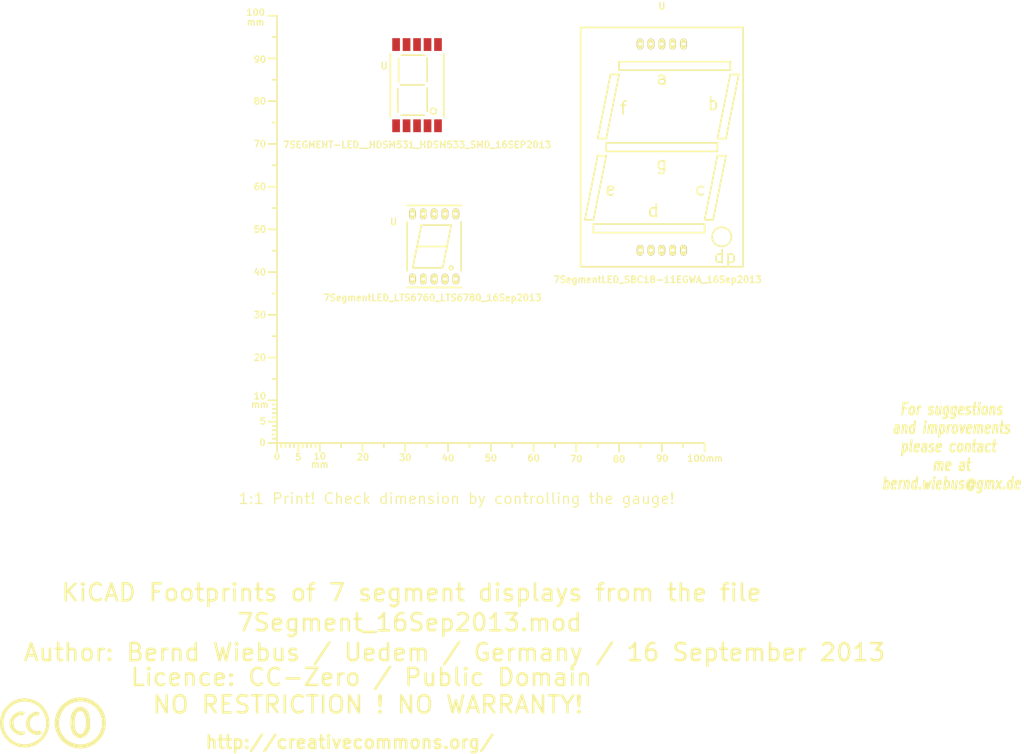
<source format=kicad_pcb>
(kicad_pcb (version 3) (host pcbnew "(2013-03-30 BZR 4007)-stable")

  (general
    (links 0)
    (no_connects 0)
    (area -10.90696 19.5816 260.35494 197.6694)
    (thickness 1.6002)
    (drawings 7)
    (tracks 0)
    (zones 0)
    (modules 6)
    (nets 1)
  )

  (page A4)
  (layers
    (15 Vorderseite signal)
    (0 Rückseite signal)
    (16 B.Adhes user)
    (17 F.Adhes user)
    (18 B.Paste user)
    (19 F.Paste user)
    (20 B.SilkS user)
    (21 F.SilkS user)
    (22 B.Mask user)
    (23 F.Mask user)
    (24 Dwgs.User user)
    (25 Cmts.User user)
    (26 Eco1.User user)
    (27 Eco2.User user)
    (28 Edge.Cuts user)
  )

  (setup
    (last_trace_width 0.2032)
    (trace_clearance 0.254)
    (zone_clearance 0.508)
    (zone_45_only no)
    (trace_min 0.2032)
    (segment_width 0.381)
    (edge_width 0.381)
    (via_size 0.889)
    (via_drill 0.635)
    (via_min_size 0.889)
    (via_min_drill 0.508)
    (uvia_size 0.508)
    (uvia_drill 0.127)
    (uvias_allowed no)
    (uvia_min_size 0.508)
    (uvia_min_drill 0.127)
    (pcb_text_width 0.3048)
    (pcb_text_size 1.524 2.032)
    (mod_edge_width 0.381)
    (mod_text_size 1.524 1.524)
    (mod_text_width 0.3048)
    (pad_size 1.524 1.524)
    (pad_drill 0.8128)
    (pad_to_mask_clearance 0.254)
    (aux_axis_origin 0 0)
    (visible_elements 7FFFFFFF)
    (pcbplotparams
      (layerselection 3178497)
      (usegerberextensions true)
      (excludeedgelayer true)
      (linewidth 60)
      (plotframeref false)
      (viasonmask false)
      (mode 1)
      (useauxorigin false)
      (hpglpennumber 1)
      (hpglpenspeed 20)
      (hpglpendiameter 15)
      (hpglpenoverlay 0)
      (psnegative false)
      (psa4output false)
      (plotreference true)
      (plotvalue true)
      (plotothertext true)
      (plotinvisibletext false)
      (padsonsilk false)
      (subtractmaskfromsilk false)
      (outputformat 1)
      (mirror false)
      (drillshape 1)
      (scaleselection 1)
      (outputdirectory ""))
  )

  (net 0 "")

  (net_class Default "Dies ist die voreingestellte Netzklasse."
    (clearance 0.254)
    (trace_width 0.2032)
    (via_dia 0.889)
    (via_drill 0.635)
    (uvia_dia 0.508)
    (uvia_drill 0.127)
    (add_net "")
  )

  (module 7SEGMENT-LED__HDSM531_HDSM533_SMD_16SEP2013 (layer Vorderseite) (tedit 52373662) (tstamp 52374876)
    (at 118.75 39.25)
    (fp_text reference U (at -7.7 -4.525) (layer F.SilkS)
      (effects (font (size 1.524 1.524) (thickness 0.3048)))
    )
    (fp_text value 7SEGMENT-LED__HDSM531_HDSM533_SMD_16SEP2013 (at 0.025 13.95) (layer F.SilkS)
      (effects (font (size 1.524 1.524) (thickness 0.3048)))
    )
    (fp_circle (center 3.825 6.075) (end 3.925 6.75) (layer F.SilkS) (width 0.381))
    (fp_line (start 2.35 6.125) (end 2.35 0.625) (layer F.SilkS) (width 0.381))
    (fp_line (start -4.5 6.3) (end -4.5 0.8) (layer F.SilkS) (width 0.381))
    (fp_line (start -4.325 -0.75) (end -4.325 -6.25) (layer F.SilkS) (width 0.381))
    (fp_line (start 2.35 -0.85) (end 2.35 -6.35) (layer F.SilkS) (width 0.381))
    (fp_line (start -3.675 -7.025) (end 1.825 -7.025) (layer F.SilkS) (width 0.381))
    (fp_line (start -3.825 -0.05) (end 1.675 -0.05) (layer F.SilkS) (width 0.381))
    (fp_line (start -3.725 7.025) (end 1.775 7.025) (layer F.SilkS) (width 0.381))
    (fp_line (start 6.25 7.425) (end 6.25 -7.425) (layer F.SilkS) (width 0.381))
    (fp_line (start -6.25 -7.425) (end -6.25 7.425) (layer F.SilkS) (width 0.381))
    (pad 3 smd rect (at 0 9.5) (size 1.8 3)
      (layers Vorderseite F.Paste F.Mask)
    )
    (pad 2 smd rect (at -2.45 9.5) (size 1.8 3)
      (layers Vorderseite F.Paste F.Mask)
    )
    (pad 1 smd rect (at -4.9 9.5) (size 1.8 3)
      (layers Vorderseite F.Paste F.Mask)
    )
    (pad 4 smd rect (at 2.45 9.5) (size 1.8 3)
      (layers Vorderseite F.Paste F.Mask)
    )
    (pad 5 smd rect (at 4.9 9.5) (size 1.8 3)
      (layers Vorderseite F.Paste F.Mask)
    )
    (pad 6 smd rect (at 4.9 -9.5) (size 1.8 3)
      (layers Vorderseite F.Paste F.Mask)
    )
    (pad 7 smd rect (at 2.45 -9.5) (size 1.8 3)
      (layers Vorderseite F.Paste F.Mask)
    )
    (pad 8 smd rect (at 0 -9.5) (size 1.8 3)
      (layers Vorderseite F.Paste F.Mask)
    )
    (pad 9 smd rect (at -2.45 -9.5) (size 1.8 3)
      (layers Vorderseite F.Paste F.Mask)
    )
    (pad 10 smd rect (at -4.9 -9.5) (size 1.8 3)
      (layers Vorderseite F.Paste F.Mask)
    )
    (pad "" smd oval (at 0 0) (size 4 6)
      (layers F.Adhes)
    )
  )

  (module 7SegmentLED_SBC18-11EGWA_16Sep2013 (layer Vorderseite) (tedit 52373654) (tstamp 52374A75)
    (at 176 53.75)
    (fp_text reference U (at 0 -33) (layer F.SilkS)
      (effects (font (size 1.524 1.524) (thickness 0.3048)))
    )
    (fp_text value 7SegmentLED_SBC18-11EGWA_16Sep2013 (at -1 31) (layer F.SilkS)
      (effects (font (size 1.524 1.524) (thickness 0.3048)))
    )
    (fp_line (start 15.5 25.3) (end 15.9 25) (layer F.SilkS) (width 0.381))
    (fp_line (start 15.9 25) (end 16.3 25) (layer F.SilkS) (width 0.381))
    (fp_line (start 16.3 25) (end 16.6 25.1) (layer F.SilkS) (width 0.381))
    (fp_line (start 16.6 25.1) (end 16.9 25.5) (layer F.SilkS) (width 0.381))
    (fp_line (start 16.9 25.5) (end 16.9 26.4) (layer F.SilkS) (width 0.381))
    (fp_line (start 16.9 26.4) (end 16.8 26.7) (layer F.SilkS) (width 0.381))
    (fp_line (start 16.8 26.7) (end 16.6 26.9) (layer F.SilkS) (width 0.381))
    (fp_line (start 16.6 26.9) (end 16.1 27) (layer F.SilkS) (width 0.381))
    (fp_line (start 16.1 27) (end 15.6 26.9) (layer F.SilkS) (width 0.381))
    (fp_line (start 15.5 25) (end 15.5 28) (layer F.SilkS) (width 0.381))
    (fp_line (start 14.1 26.8) (end 13.9 26.9) (layer F.SilkS) (width 0.381))
    (fp_line (start 13.9 26.9) (end 13.2 26.9) (layer F.SilkS) (width 0.381))
    (fp_line (start 13.2 26.9) (end 12.9 26.8) (layer F.SilkS) (width 0.381))
    (fp_line (start 12.9 26.8) (end 12.7 26.5) (layer F.SilkS) (width 0.381))
    (fp_line (start 12.7 26.5) (end 12.7 25.6) (layer F.SilkS) (width 0.381))
    (fp_line (start 12.7 25.6) (end 12.8 25.3) (layer F.SilkS) (width 0.381))
    (fp_line (start 12.8 25.3) (end 13.2 25) (layer F.SilkS) (width 0.381))
    (fp_line (start 13.2 25) (end 13.7 25) (layer F.SilkS) (width 0.381))
    (fp_line (start 13.7 25) (end 14.1 25.2) (layer F.SilkS) (width 0.381))
    (fp_line (start 14.1 24) (end 14.1 27.1) (layer F.SilkS) (width 0.381))
    (fp_line (start 0.6 3.4) (end 0.4 3.2) (layer F.SilkS) (width 0.381))
    (fp_line (start 0.4 3.2) (end -0.1 3.2) (layer F.SilkS) (width 0.381))
    (fp_line (start -0.1 3.2) (end -0.4 3.3) (layer F.SilkS) (width 0.381))
    (fp_line (start -0.4 3.3) (end -0.7 3.6) (layer F.SilkS) (width 0.381))
    (fp_line (start -0.7 3.6) (end -0.8 4) (layer F.SilkS) (width 0.381))
    (fp_line (start -0.8 4) (end -0.8 4.7) (layer F.SilkS) (width 0.381))
    (fp_line (start -0.8 4.7) (end -0.5 5) (layer F.SilkS) (width 0.381))
    (fp_line (start -0.5 5) (end -0.2 5.2) (layer F.SilkS) (width 0.381))
    (fp_line (start -0.2 5.2) (end 0.2 5.2) (layer F.SilkS) (width 0.381))
    (fp_line (start 0.2 5.2) (end 0.6 5) (layer F.SilkS) (width 0.381))
    (fp_line (start -0.7 6) (end -0.4 6.2) (layer F.SilkS) (width 0.381))
    (fp_line (start -0.4 6.2) (end 0.1 6.2) (layer F.SilkS) (width 0.381))
    (fp_line (start 0.1 6.2) (end 0.4 6) (layer F.SilkS) (width 0.381))
    (fp_line (start 0.4 6) (end 0.6 5.7) (layer F.SilkS) (width 0.381))
    (fp_line (start 0.6 5.7) (end 0.6 3.2) (layer F.SilkS) (width 0.381))
    (fp_line (start -9.6 -9.8) (end -8.4 -9.8) (layer F.SilkS) (width 0.381))
    (fp_line (start -8.4 -10.8) (end -8.7 -10.8) (layer F.SilkS) (width 0.381))
    (fp_line (start -8.7 -10.8) (end -8.9 -10.7) (layer F.SilkS) (width 0.381))
    (fp_line (start -8.9 -10.7) (end -9.1 -10.4) (layer F.SilkS) (width 0.381))
    (fp_line (start -9.1 -10.4) (end -9.1 -7.8) (layer F.SilkS) (width 0.381))
    (fp_line (start -11.4 11) (end -11.7 11.2) (layer F.SilkS) (width 0.381))
    (fp_line (start -11.7 11.2) (end -12.2 11.2) (layer F.SilkS) (width 0.381))
    (fp_line (start -12.2 11.2) (end -12.5 11.1) (layer F.SilkS) (width 0.381))
    (fp_line (start -12.5 11.1) (end -12.7 10.9) (layer F.SilkS) (width 0.381))
    (fp_line (start -12.7 10.9) (end -12.7 9.8) (layer F.SilkS) (width 0.381))
    (fp_line (start -12.7 9.8) (end -12.6 9.4) (layer F.SilkS) (width 0.381))
    (fp_line (start -12.6 9.4) (end -12.3 9.2) (layer F.SilkS) (width 0.381))
    (fp_line (start -12.3 9.2) (end -11.8 9.2) (layer F.SilkS) (width 0.381))
    (fp_line (start -11.8 9.2) (end -11.5 9.3) (layer F.SilkS) (width 0.381))
    (fp_line (start -11.5 9.3) (end -11.3 9.6) (layer F.SilkS) (width 0.381))
    (fp_line (start -11.3 9.6) (end -11.3 9.9) (layer F.SilkS) (width 0.381))
    (fp_line (start -11.3 9.9) (end -12.7 10.2) (layer F.SilkS) (width 0.381))
    (fp_line (start -1.3 16) (end -1.6 16.2) (layer F.SilkS) (width 0.381))
    (fp_line (start -1.6 16.2) (end -2.1 16.2) (layer F.SilkS) (width 0.381))
    (fp_line (start -2.1 16.2) (end -2.5 16.1) (layer F.SilkS) (width 0.381))
    (fp_line (start -2.5 16.1) (end -2.8 15.7) (layer F.SilkS) (width 0.381))
    (fp_line (start -2.8 15.7) (end -2.8 14.9) (layer F.SilkS) (width 0.381))
    (fp_line (start -2.8 14.9) (end -2.6 14.5) (layer F.SilkS) (width 0.381))
    (fp_line (start -2.6 14.5) (end -2.3 14.2) (layer F.SilkS) (width 0.381))
    (fp_line (start -2.3 14.2) (end -1.7 14.2) (layer F.SilkS) (width 0.381))
    (fp_line (start -1.7 14.2) (end -1.3 14.5) (layer F.SilkS) (width 0.381))
    (fp_line (start -1.3 13.3) (end -1.3 16.3) (layer F.SilkS) (width 0.381))
    (fp_line (start 9.8 9.4) (end 9.6 9.3) (layer F.SilkS) (width 0.381))
    (fp_line (start 9.6 9.3) (end 9.2 9.2) (layer F.SilkS) (width 0.381))
    (fp_line (start 9.2 9.2) (end 8.9 9.2) (layer F.SilkS) (width 0.381))
    (fp_line (start 8.9 9.2) (end 8.5 9.4) (layer F.SilkS) (width 0.381))
    (fp_line (start 8.5 9.4) (end 8.3 9.8) (layer F.SilkS) (width 0.381))
    (fp_line (start 8.3 9.8) (end 8.3 10.6) (layer F.SilkS) (width 0.381))
    (fp_line (start 8.3 10.6) (end 8.4 10.9) (layer F.SilkS) (width 0.381))
    (fp_line (start 8.4 10.9) (end 8.7 11.1) (layer F.SilkS) (width 0.381))
    (fp_line (start 8.7 11.1) (end 9.3 11.2) (layer F.SilkS) (width 0.381))
    (fp_line (start 9.3 11.2) (end 9.7 11) (layer F.SilkS) (width 0.381))
    (fp_line (start 11.4 -9.1) (end 11.6 -8.8) (layer F.SilkS) (width 0.381))
    (fp_line (start 11.6 -8.8) (end 12.1 -8.8) (layer F.SilkS) (width 0.381))
    (fp_line (start 12.1 -8.8) (end 12.4 -8.9) (layer F.SilkS) (width 0.381))
    (fp_line (start 12.4 -8.9) (end 12.7 -9.3) (layer F.SilkS) (width 0.381))
    (fp_line (start 12.7 -9.3) (end 12.7 -10.2) (layer F.SilkS) (width 0.381))
    (fp_line (start 12.7 -10.2) (end 12.6 -10.5) (layer F.SilkS) (width 0.381))
    (fp_line (start 12.6 -10.5) (end 12.3 -10.7) (layer F.SilkS) (width 0.381))
    (fp_line (start 12.3 -10.7) (end 11.8 -10.8) (layer F.SilkS) (width 0.381))
    (fp_line (start 11.8 -10.8) (end 11.5 -10.7) (layer F.SilkS) (width 0.381))
    (fp_line (start 11.4 -11.8) (end 11.4 -8.8) (layer F.SilkS) (width 0.381))
    (fp_line (start 0.7 -15) (end 0.4 -14.8) (layer F.SilkS) (width 0.381))
    (fp_line (start 0.4 -14.8) (end -0.2 -14.8) (layer F.SilkS) (width 0.381))
    (fp_line (start -0.2 -14.8) (end -0.6 -14.9) (layer F.SilkS) (width 0.381))
    (fp_line (start -0.6 -14.9) (end -0.7 -15.1) (layer F.SilkS) (width 0.381))
    (fp_line (start -0.7 -15.1) (end -0.8 -15.5) (layer F.SilkS) (width 0.381))
    (fp_line (start -0.8 -15.5) (end -0.7 -15.7) (layer F.SilkS) (width 0.381))
    (fp_line (start -0.7 -15.7) (end -0.4 -15.9) (layer F.SilkS) (width 0.381))
    (fp_line (start -0.4 -15.9) (end 0.1 -15.9) (layer F.SilkS) (width 0.381))
    (fp_line (start 0.1 -15.9) (end 0.3 -15.9) (layer F.SilkS) (width 0.381))
    (fp_line (start 0.3 -15.9) (end 0.6 -16.1) (layer F.SilkS) (width 0.381))
    (fp_line (start -0.7 -16.6) (end -0.4 -16.8) (layer F.SilkS) (width 0.381))
    (fp_line (start -0.4 -16.8) (end 0 -16.8) (layer F.SilkS) (width 0.381))
    (fp_line (start 0 -16.8) (end 0.5 -16.7) (layer F.SilkS) (width 0.381))
    (fp_line (start 0.5 -16.7) (end 0.7 -16.3) (layer F.SilkS) (width 0.381))
    (fp_line (start 0.7 -16.3) (end 0.7 -14.7) (layer F.SilkS) (width 0.381))
    (fp_circle (center 14 21) (end 16 22) (layer F.SilkS) (width 0.381))
    (fp_line (start 13 2) (end 10 17) (layer F.SilkS) (width 0.381))
    (fp_line (start 10 17) (end 12 17) (layer F.SilkS) (width 0.381))
    (fp_line (start 12 17) (end 15 2) (layer F.SilkS) (width 0.381))
    (fp_line (start 15 2) (end 13 2) (layer F.SilkS) (width 0.381))
    (fp_line (start 16 -17) (end 13 -2) (layer F.SilkS) (width 0.381))
    (fp_line (start 13 -2) (end 15 -2) (layer F.SilkS) (width 0.381))
    (fp_line (start 15 -2) (end 18 -17) (layer F.SilkS) (width 0.381))
    (fp_line (start 18 -17) (end 16 -17) (layer F.SilkS) (width 0.381))
    (fp_line (start -15 2) (end -18 17) (layer F.SilkS) (width 0.381))
    (fp_line (start -18 17) (end -16 17) (layer F.SilkS) (width 0.381))
    (fp_line (start -16 17) (end -13 2) (layer F.SilkS) (width 0.381))
    (fp_line (start -13 2) (end -15 2) (layer F.SilkS) (width 0.381))
    (fp_line (start -12 -17) (end -15 -2) (layer F.SilkS) (width 0.381))
    (fp_line (start -15 -2) (end -13 -2) (layer F.SilkS) (width 0.381))
    (fp_line (start -13 -2) (end -10 -17) (layer F.SilkS) (width 0.381))
    (fp_line (start -10 -17) (end -12 -17) (layer F.SilkS) (width 0.381))
    (fp_line (start 13 0) (end 13 -1) (layer F.SilkS) (width 0.381))
    (fp_line (start 13 -1) (end -13 -1) (layer F.SilkS) (width 0.381))
    (fp_line (start -13 -1) (end -13 1) (layer F.SilkS) (width 0.381))
    (fp_line (start -13 1) (end 13 1) (layer F.SilkS) (width 0.381))
    (fp_line (start 13 1) (end 13 0) (layer F.SilkS) (width 0.381))
    (fp_line (start 10 20) (end 10 19) (layer F.SilkS) (width 0.381))
    (fp_line (start -16 20) (end 10 20) (layer F.SilkS) (width 0.381))
    (fp_line (start -16 18) (end -16 20) (layer F.SilkS) (width 0.381))
    (fp_line (start 10 18) (end -16 18) (layer F.SilkS) (width 0.381))
    (fp_line (start 10 19) (end 10 18) (layer F.SilkS) (width 0.381))
    (fp_line (start 16 -19) (end 16 -20) (layer F.SilkS) (width 0.381))
    (fp_line (start 16 -20) (end -10 -20) (layer F.SilkS) (width 0.381))
    (fp_line (start -10 -20) (end -10 -18) (layer F.SilkS) (width 0.381))
    (fp_line (start -10 -18) (end 16 -18) (layer F.SilkS) (width 0.381))
    (fp_line (start 16 -18) (end 16 -19) (layer F.SilkS) (width 0.381))
    (fp_line (start -19 -28) (end 19 -28) (layer F.SilkS) (width 0.381))
    (fp_line (start 19 -28) (end 19 28) (layer F.SilkS) (width 0.381))
    (fp_line (start 19 28) (end -19 28) (layer F.SilkS) (width 0.381))
    (fp_line (start -19 28) (end -19 -28) (layer F.SilkS) (width 0.381))
    (pad 1 thru_hole oval (at -5.08 24.13) (size 1.524 2.524) (drill 0.8)
      (layers *.Cu *.Mask F.SilkS)
    )
    (pad 2 thru_hole oval (at -2.54 24.13) (size 1.524 2.524) (drill 0.8)
      (layers *.Cu *.Mask F.SilkS)
    )
    (pad 3 thru_hole oval (at 0 24.13) (size 1.524 2.524) (drill 0.8)
      (layers *.Cu *.Mask F.SilkS)
    )
    (pad 4 thru_hole oval (at 2.54 24.13) (size 1.524 2.524) (drill 0.8)
      (layers *.Cu *.Mask F.SilkS)
    )
    (pad 5 thru_hole oval (at 5.08 24.13) (size 1.524 2.524) (drill 0.8)
      (layers *.Cu *.Mask F.SilkS)
    )
    (pad 6 thru_hole oval (at 5.08 -24.13) (size 1.524 2.524) (drill 0.8)
      (layers *.Cu *.Mask F.SilkS)
    )
    (pad 7 thru_hole oval (at 2.54 -24.13) (size 1.524 2.524) (drill 0.8)
      (layers *.Cu *.Mask F.SilkS)
    )
    (pad 8 thru_hole oval (at 0 -24.13) (size 1.524 2.524) (drill 0.8)
      (layers *.Cu *.Mask F.SilkS)
    )
    (pad 9 thru_hole oval (at -2.54 -24.13) (size 1.524 2.524) (drill 0.8)
      (layers *.Cu *.Mask F.SilkS)
    )
    (pad 10 thru_hole oval (at -5.08 -24.13) (size 1.524 2.524) (drill 0.8)
      (layers *.Cu *.Mask F.SilkS)
    )
  )

  (module Gauge_100mm_Type2_SilkScreenTop_RevA_Date22Jun2010 (layer Vorderseite) (tedit 4D963937) (tstamp 4D88F07A)
    (at 86 123)
    (descr "Gauge, Massstab, 100mm, SilkScreenTop, Type 2,")
    (tags "Gauge, Massstab, 100mm, SilkScreenTop, Type 2,")
    (path Gauge_100mm_Type2_SilkScreenTop_RevA_Date22Jun2010)
    (fp_text reference MSC (at 4.0005 8.99922) (layer F.SilkS) hide
      (effects (font (size 1.524 1.524) (thickness 0.3048)))
    )
    (fp_text value Gauge_100mm_Type2_SilkScreenTop_RevA_Date22Jun2010 (at 45.9994 8.99922) (layer F.SilkS) hide
      (effects (font (size 1.524 1.524) (thickness 0.3048)))
    )
    (fp_text user mm (at 9.99998 5.00126) (layer F.SilkS)
      (effects (font (size 1.524 1.524) (thickness 0.3048)))
    )
    (fp_text user mm (at -4.0005 -8.99922) (layer F.SilkS)
      (effects (font (size 1.524 1.524) (thickness 0.3048)))
    )
    (fp_text user mm (at -5.00126 -98.5012) (layer F.SilkS)
      (effects (font (size 1.524 1.524) (thickness 0.3048)))
    )
    (fp_text user 10 (at 10.00506 3.0988) (layer F.SilkS)
      (effects (font (size 1.50114 1.50114) (thickness 0.29972)))
    )
    (fp_text user 0 (at 0.00508 3.19786) (layer F.SilkS)
      (effects (font (size 1.39954 1.50114) (thickness 0.29972)))
    )
    (fp_text user 5 (at 5.0038 3.29946) (layer F.SilkS)
      (effects (font (size 1.50114 1.50114) (thickness 0.29972)))
    )
    (fp_text user 20 (at 20.1041 3.29946) (layer F.SilkS)
      (effects (font (size 1.50114 1.50114) (thickness 0.29972)))
    )
    (fp_text user 30 (at 30.00502 3.39852) (layer F.SilkS)
      (effects (font (size 1.50114 1.50114) (thickness 0.29972)))
    )
    (fp_text user 40 (at 40.005 3.50012) (layer F.SilkS)
      (effects (font (size 1.50114 1.50114) (thickness 0.29972)))
    )
    (fp_text user 50 (at 50.00498 3.50012) (layer F.SilkS)
      (effects (font (size 1.50114 1.50114) (thickness 0.29972)))
    )
    (fp_text user 60 (at 60.00496 3.50012) (layer F.SilkS)
      (effects (font (size 1.50114 1.50114) (thickness 0.29972)))
    )
    (fp_text user 70 (at 70.00494 3.70078) (layer F.SilkS)
      (effects (font (size 1.50114 1.50114) (thickness 0.29972)))
    )
    (fp_text user 80 (at 80.00492 3.79984) (layer F.SilkS)
      (effects (font (size 1.50114 1.50114) (thickness 0.29972)))
    )
    (fp_text user 90 (at 90.1065 3.60172) (layer F.SilkS)
      (effects (font (size 1.50114 1.50114) (thickness 0.29972)))
    )
    (fp_text user 100mm (at 100.10648 3.60172) (layer F.SilkS)
      (effects (font (size 1.50114 1.50114) (thickness 0.29972)))
    )
    (fp_line (start 0 -8.99922) (end -1.00076 -8.99922) (layer F.SilkS) (width 0.381))
    (fp_line (start 0 -8.001) (end -1.00076 -8.001) (layer F.SilkS) (width 0.381))
    (fp_line (start 0 -7.00024) (end -1.00076 -7.00024) (layer F.SilkS) (width 0.381))
    (fp_line (start 0 -5.99948) (end -1.00076 -5.99948) (layer F.SilkS) (width 0.381))
    (fp_line (start 0 -4.0005) (end -1.00076 -4.0005) (layer F.SilkS) (width 0.381))
    (fp_line (start 0 -2.99974) (end -1.00076 -2.99974) (layer F.SilkS) (width 0.381))
    (fp_line (start 0 -1.99898) (end -1.00076 -1.99898) (layer F.SilkS) (width 0.381))
    (fp_line (start 0 -1.00076) (end -1.00076 -1.00076) (layer F.SilkS) (width 0.381))
    (fp_line (start 0 0) (end -1.99898 0) (layer F.SilkS) (width 0.381))
    (fp_line (start 0 -5.00126) (end -1.99898 -5.00126) (layer F.SilkS) (width 0.381))
    (fp_line (start 0 -9.99998) (end -1.99898 -9.99998) (layer F.SilkS) (width 0.381))
    (fp_line (start 0 -15.00124) (end -1.00076 -15.00124) (layer F.SilkS) (width 0.381))
    (fp_line (start 0 -19.99996) (end -1.99898 -19.99996) (layer F.SilkS) (width 0.381))
    (fp_line (start 0 -25.00122) (end -1.00076 -25.00122) (layer F.SilkS) (width 0.381))
    (fp_line (start 0 -29.99994) (end -1.99898 -29.99994) (layer F.SilkS) (width 0.381))
    (fp_line (start 0 -35.0012) (end -1.00076 -35.0012) (layer F.SilkS) (width 0.381))
    (fp_line (start 0 -39.99992) (end -1.99898 -39.99992) (layer F.SilkS) (width 0.381))
    (fp_line (start 0 -45.00118) (end -1.00076 -45.00118) (layer F.SilkS) (width 0.381))
    (fp_line (start 0 -49.9999) (end -1.99898 -49.9999) (layer F.SilkS) (width 0.381))
    (fp_line (start 0 -55.00116) (end -1.00076 -55.00116) (layer F.SilkS) (width 0.381))
    (fp_line (start 0 -59.99988) (end -1.99898 -59.99988) (layer F.SilkS) (width 0.381))
    (fp_line (start 0 -65.00114) (end -1.00076 -65.00114) (layer F.SilkS) (width 0.381))
    (fp_line (start 0 -69.99986) (end -1.99898 -69.99986) (layer F.SilkS) (width 0.381))
    (fp_line (start 0 -75.00112) (end -1.00076 -75.00112) (layer F.SilkS) (width 0.381))
    (fp_line (start 0 -79.99984) (end -1.99898 -79.99984) (layer F.SilkS) (width 0.381))
    (fp_line (start 0 -85.0011) (end -1.00076 -85.0011) (layer F.SilkS) (width 0.381))
    (fp_line (start 0 -89.99982) (end -1.99898 -89.99982) (layer F.SilkS) (width 0.381))
    (fp_line (start 0 -95.00108) (end -1.00076 -95.00108) (layer F.SilkS) (width 0.381))
    (fp_line (start 0 0) (end 0 -99.9998) (layer F.SilkS) (width 0.381))
    (fp_line (start 0 -99.9998) (end -1.99898 -99.9998) (layer F.SilkS) (width 0.381))
    (fp_text user 100 (at -4.99872 -100.7491) (layer F.SilkS)
      (effects (font (size 1.50114 1.50114) (thickness 0.29972)))
    )
    (fp_text user 90 (at -4.0005 -89.7509) (layer F.SilkS)
      (effects (font (size 1.50114 1.50114) (thickness 0.29972)))
    )
    (fp_text user 80 (at -4.0005 -79.99984) (layer F.SilkS)
      (effects (font (size 1.50114 1.50114) (thickness 0.29972)))
    )
    (fp_text user 70 (at -4.0005 -69.99986) (layer F.SilkS)
      (effects (font (size 1.50114 1.50114) (thickness 0.29972)))
    )
    (fp_text user 60 (at -4.0005 -59.99988) (layer F.SilkS)
      (effects (font (size 1.50114 1.50114) (thickness 0.29972)))
    )
    (fp_text user 50 (at -4.0005 -49.9999) (layer F.SilkS)
      (effects (font (size 1.50114 1.50114) (thickness 0.34036)))
    )
    (fp_text user 40 (at -4.0005 -39.99992) (layer F.SilkS)
      (effects (font (size 1.50114 1.50114) (thickness 0.29972)))
    )
    (fp_text user 30 (at -4.0005 -29.99994) (layer F.SilkS)
      (effects (font (size 1.50114 1.50114) (thickness 0.29972)))
    )
    (fp_text user 20 (at -4.0005 -19.99996) (layer F.SilkS)
      (effects (font (size 1.50114 1.50114) (thickness 0.29972)))
    )
    (fp_line (start 95.00108 0) (end 95.00108 1.00076) (layer F.SilkS) (width 0.381))
    (fp_line (start 89.99982 0) (end 89.99982 1.99898) (layer F.SilkS) (width 0.381))
    (fp_line (start 85.0011 0) (end 85.0011 1.00076) (layer F.SilkS) (width 0.381))
    (fp_line (start 79.99984 0) (end 79.99984 1.99898) (layer F.SilkS) (width 0.381))
    (fp_line (start 75.00112 0) (end 75.00112 1.00076) (layer F.SilkS) (width 0.381))
    (fp_line (start 69.99986 0) (end 69.99986 1.99898) (layer F.SilkS) (width 0.381))
    (fp_line (start 65.00114 0) (end 65.00114 1.00076) (layer F.SilkS) (width 0.381))
    (fp_line (start 59.99988 0) (end 59.99988 1.99898) (layer F.SilkS) (width 0.381))
    (fp_line (start 55.00116 0) (end 55.00116 1.00076) (layer F.SilkS) (width 0.381))
    (fp_line (start 49.9999 0) (end 49.9999 1.99898) (layer F.SilkS) (width 0.381))
    (fp_line (start 45.00118 0) (end 45.00118 1.00076) (layer F.SilkS) (width 0.381))
    (fp_line (start 39.99992 0) (end 39.99992 1.99898) (layer F.SilkS) (width 0.381))
    (fp_line (start 35.0012 0) (end 35.0012 1.00076) (layer F.SilkS) (width 0.381))
    (fp_line (start 29.99994 0) (end 29.99994 1.99898) (layer F.SilkS) (width 0.381))
    (fp_line (start 25.00122 0) (end 25.00122 1.00076) (layer F.SilkS) (width 0.381))
    (fp_line (start 19.99996 0) (end 19.99996 1.99898) (layer F.SilkS) (width 0.381))
    (fp_line (start 15.00124 0) (end 15.00124 1.00076) (layer F.SilkS) (width 0.381))
    (fp_line (start 9.99998 0) (end 99.9998 0) (layer F.SilkS) (width 0.381))
    (fp_line (start 99.9998 0) (end 99.9998 1.99898) (layer F.SilkS) (width 0.381))
    (fp_text user 5 (at -3.302 -5.10286) (layer F.SilkS)
      (effects (font (size 1.50114 1.50114) (thickness 0.29972)))
    )
    (fp_text user 0 (at -3.4036 -0.10414) (layer F.SilkS)
      (effects (font (size 1.50114 1.50114) (thickness 0.29972)))
    )
    (fp_text user 10 (at -4.0005 -11.00074) (layer F.SilkS)
      (effects (font (size 1.50114 1.50114) (thickness 0.29972)))
    )
    (fp_line (start 8.99922 0) (end 8.99922 1.00076) (layer F.SilkS) (width 0.381))
    (fp_line (start 8.001 0) (end 8.001 1.00076) (layer F.SilkS) (width 0.381))
    (fp_line (start 7.00024 0) (end 7.00024 1.00076) (layer F.SilkS) (width 0.381))
    (fp_line (start 5.99948 0) (end 5.99948 1.00076) (layer F.SilkS) (width 0.381))
    (fp_line (start 4.0005 0) (end 4.0005 1.00076) (layer F.SilkS) (width 0.381))
    (fp_line (start 2.99974 0) (end 2.99974 1.00076) (layer F.SilkS) (width 0.381))
    (fp_line (start 1.99898 0) (end 1.99898 1.00076) (layer F.SilkS) (width 0.381))
    (fp_line (start 1.00076 0) (end 1.00076 1.00076) (layer F.SilkS) (width 0.381))
    (fp_line (start 5.00126 0) (end 5.00126 1.99898) (layer F.SilkS) (width 0.381))
    (fp_line (start 0 0) (end 0 1.99898) (layer F.SilkS) (width 0.381))
    (fp_line (start 0 0) (end 9.99998 0) (layer F.SilkS) (width 0.381))
    (fp_line (start 9.99998 0) (end 9.99998 1.99898) (layer F.SilkS) (width 0.381))
  )

  (module Symbol_CC-PublicDomain_SilkScreenTop_Big (layer Vorderseite) (tedit 515D641F) (tstamp 515F0B64)
    (at 40 188.5)
    (descr "Symbol, CC-PublicDomain, SilkScreen Top, Big,")
    (tags "Symbol, CC-PublicDomain, SilkScreen Top, Big,")
    (path Symbol_CC-Noncommercial_CopperTop_Big)
    (fp_text reference Sym (at 0.59944 -7.29996) (layer F.SilkS) hide
      (effects (font (size 1.524 1.524) (thickness 0.3048)))
    )
    (fp_text value Symbol_CC-PublicDomain_SilkScreenTop_Big (at 0.59944 8.001) (layer F.SilkS) hide
      (effects (font (size 1.524 1.524) (thickness 0.3048)))
    )
    (fp_circle (center 0 0) (end 5.8 -0.05) (layer F.SilkS) (width 0.381))
    (fp_circle (center 0 0) (end 5.5 0) (layer F.SilkS) (width 0.381))
    (fp_circle (center 0.05 0) (end 5.25 0) (layer F.SilkS) (width 0.381))
    (fp_line (start 1.1 -2.5) (end 1.4 -1.9) (layer F.SilkS) (width 0.381))
    (fp_line (start -1.8 1.2) (end -1.6 1.9) (layer F.SilkS) (width 0.381))
    (fp_line (start -1.6 1.9) (end -1.2 2.5) (layer F.SilkS) (width 0.381))
    (fp_line (start 0 -3) (end 0.75 -2.75) (layer F.SilkS) (width 0.381))
    (fp_line (start 0.75 -2.75) (end 1 -2.25) (layer F.SilkS) (width 0.381))
    (fp_line (start 1 -2.25) (end 1.5 -1) (layer F.SilkS) (width 0.381))
    (fp_line (start 1.5 -1) (end 1.5 -0.5) (layer F.SilkS) (width 0.381))
    (fp_line (start 1.5 -0.5) (end 1.5 0.5) (layer F.SilkS) (width 0.381))
    (fp_line (start 1.5 0.5) (end 1.25 1.5) (layer F.SilkS) (width 0.381))
    (fp_line (start 1.25 1.5) (end 0.75 2.5) (layer F.SilkS) (width 0.381))
    (fp_line (start 0.75 2.5) (end 0.25 2.75) (layer F.SilkS) (width 0.381))
    (fp_line (start 0.25 2.75) (end -0.25 2.75) (layer F.SilkS) (width 0.381))
    (fp_line (start -0.25 2.75) (end -0.75 2.5) (layer F.SilkS) (width 0.381))
    (fp_line (start -0.75 2.5) (end -1.25 1.75) (layer F.SilkS) (width 0.381))
    (fp_line (start -1.25 1.75) (end -1.5 0.75) (layer F.SilkS) (width 0.381))
    (fp_line (start -1.5 0.75) (end -1.5 -0.75) (layer F.SilkS) (width 0.381))
    (fp_line (start -1.5 -0.75) (end -1.25 -1.75) (layer F.SilkS) (width 0.381))
    (fp_line (start -1.25 -1.75) (end -1 -2.5) (layer F.SilkS) (width 0.381))
    (fp_line (start -1 -2.5) (end -0.3 -2.9) (layer F.SilkS) (width 0.381))
    (fp_line (start -0.3 -2.9) (end 0.2 -3) (layer F.SilkS) (width 0.381))
    (fp_line (start 0.2 -3) (end 0.8 -3) (layer F.SilkS) (width 0.381))
    (fp_line (start 0.8 -3) (end 1.4 -2.3) (layer F.SilkS) (width 0.381))
    (fp_line (start 1.4 -2.3) (end 1.6 -1.4) (layer F.SilkS) (width 0.381))
    (fp_line (start 1.6 -1.4) (end 1.7 -0.3) (layer F.SilkS) (width 0.381))
    (fp_line (start 1.7 -0.3) (end 1.7 0.9) (layer F.SilkS) (width 0.381))
    (fp_line (start 1.7 0.9) (end 1.4 1.8) (layer F.SilkS) (width 0.381))
    (fp_line (start 1.4 1.8) (end 1 2.7) (layer F.SilkS) (width 0.381))
    (fp_line (start 1 2.7) (end 0.5 3) (layer F.SilkS) (width 0.381))
    (fp_line (start 0.5 3) (end -0.4 3) (layer F.SilkS) (width 0.381))
    (fp_line (start -0.4 3) (end -1.3 2.3) (layer F.SilkS) (width 0.381))
    (fp_line (start -1.3 2.3) (end -1.7 1) (layer F.SilkS) (width 0.381))
    (fp_line (start -1.7 1) (end -1.8 -0.7) (layer F.SilkS) (width 0.381))
    (fp_line (start -1.8 -0.7) (end -1.4 -2.2) (layer F.SilkS) (width 0.381))
    (fp_line (start -1.4 -2.2) (end -1 -2.9) (layer F.SilkS) (width 0.381))
    (fp_line (start -1 -2.9) (end -0.2 -3.3) (layer F.SilkS) (width 0.381))
    (fp_line (start -0.2 -3.3) (end 0.7 -3.2) (layer F.SilkS) (width 0.381))
    (fp_line (start 0.7 -3.2) (end 1.3 -3.1) (layer F.SilkS) (width 0.381))
    (fp_line (start 1.3 -3.1) (end 1.7 -2.4) (layer F.SilkS) (width 0.381))
    (fp_line (start 1.7 -2.4) (end 2 -1.6) (layer F.SilkS) (width 0.381))
    (fp_line (start 2 -1.6) (end 2.1 -0.6) (layer F.SilkS) (width 0.381))
    (fp_line (start 2.1 -0.6) (end 2.1 0.3) (layer F.SilkS) (width 0.381))
    (fp_line (start 2.1 0.3) (end 2.1 1.3) (layer F.SilkS) (width 0.381))
    (fp_line (start 2.1 1.3) (end 1.9 1.8) (layer F.SilkS) (width 0.381))
    (fp_line (start 1.9 1.8) (end 1.5 2.6) (layer F.SilkS) (width 0.381))
    (fp_line (start 1.5 2.6) (end 1.1 3) (layer F.SilkS) (width 0.381))
    (fp_line (start 1.1 3) (end 0.4 3.3) (layer F.SilkS) (width 0.381))
    (fp_line (start 0.4 3.3) (end -0.1 3.4) (layer F.SilkS) (width 0.381))
    (fp_line (start -0.1 3.4) (end -0.8 3.2) (layer F.SilkS) (width 0.381))
    (fp_line (start -0.8 3.2) (end -1.5 2.6) (layer F.SilkS) (width 0.381))
    (fp_line (start -1.5 2.6) (end -1.9 1.7) (layer F.SilkS) (width 0.381))
    (fp_line (start -1.9 1.7) (end -2.1 0.4) (layer F.SilkS) (width 0.381))
    (fp_line (start -2.1 0.4) (end -2.1 -0.6) (layer F.SilkS) (width 0.381))
    (fp_line (start -2.1 -0.6) (end -2 -1.6) (layer F.SilkS) (width 0.381))
    (fp_line (start -2 -1.6) (end -1.7 -2.4) (layer F.SilkS) (width 0.381))
    (fp_line (start -1.7 -2.4) (end -1.2 -3.1) (layer F.SilkS) (width 0.381))
    (fp_line (start -1.2 -3.1) (end -0.4 -3.6) (layer F.SilkS) (width 0.381))
    (fp_line (start -0.4 -3.6) (end 0.4 -3.6) (layer F.SilkS) (width 0.381))
    (fp_line (start 0.4 -3.6) (end 1.1 -3.2) (layer F.SilkS) (width 0.381))
    (fp_line (start 1.1 -3.2) (end 1.1 -2.9) (layer F.SilkS) (width 0.381))
    (fp_line (start 1.1 -2.9) (end 1.8 -1.5) (layer F.SilkS) (width 0.381))
    (fp_line (start 1.8 -1.5) (end 1.8 -0.4) (layer F.SilkS) (width 0.381))
    (fp_line (start 1.8 -0.4) (end 1.8 1.1) (layer F.SilkS) (width 0.381))
    (fp_line (start 1.8 1.1) (end 1.2 2.6) (layer F.SilkS) (width 0.381))
    (fp_line (start 1.2 2.6) (end 0.2 3.2) (layer F.SilkS) (width 0.381))
    (fp_line (start 0.2 3.2) (end -0.5 3.2) (layer F.SilkS) (width 0.381))
    (fp_line (start -0.5 3.2) (end -1.1 2.7) (layer F.SilkS) (width 0.381))
    (fp_line (start -1.1 2.7) (end -1.9 0.6) (layer F.SilkS) (width 0.381))
    (fp_line (start -1.9 0.6) (end -1.7 -1.9) (layer F.SilkS) (width 0.381))
  )

  (module Symbol_CreativeCommons_SilkScreenTop_Type2_Big (layer Vorderseite) (tedit 515D640C) (tstamp 515D6AF0)
    (at 27 188.5)
    (descr "Symbol, Creative Commons, SilkScreen Top, Type 2, Big,")
    (tags "Symbol, Creative Commons, SilkScreen Top, Type 2, Big,")
    (path Symbol_CreativeCommons_CopperTop_Type2_Big)
    (fp_text reference Sym (at 0.59944 -7.29996) (layer F.SilkS) hide
      (effects (font (size 1.524 1.524) (thickness 0.3048)))
    )
    (fp_text value Symbol_CreativeCommons_Typ2_SilkScreenTop_Big (at 0.59944 8.001) (layer F.SilkS) hide
      (effects (font (size 1.524 1.524) (thickness 0.3048)))
    )
    (fp_line (start -0.70104 2.70002) (end -0.29972 2.60096) (layer F.SilkS) (width 0.381))
    (fp_line (start -0.29972 2.60096) (end -0.20066 2.10058) (layer F.SilkS) (width 0.381))
    (fp_line (start -2.49936 -1.69926) (end -2.70002 -1.6002) (layer F.SilkS) (width 0.381))
    (fp_line (start -2.70002 -1.6002) (end -3.0988 -1.00076) (layer F.SilkS) (width 0.381))
    (fp_line (start -3.0988 -1.00076) (end -3.29946 -0.50038) (layer F.SilkS) (width 0.381))
    (fp_line (start -3.29946 -0.50038) (end -3.40106 0.39878) (layer F.SilkS) (width 0.381))
    (fp_line (start -3.40106 0.39878) (end -3.29946 0.89916) (layer F.SilkS) (width 0.381))
    (fp_line (start -0.19812 2.4003) (end -0.29718 2.59842) (layer F.SilkS) (width 0.381))
    (fp_line (start 3.70078 2.10058) (end 3.79984 2.4003) (layer F.SilkS) (width 0.381))
    (fp_line (start 2.99974 -2.4003) (end 3.29946 -2.30124) (layer F.SilkS) (width 0.381))
    (fp_line (start 3.29946 -2.30124) (end 3.0988 -1.99898) (layer F.SilkS) (width 0.381))
    (fp_line (start 0 -5.40004) (end -0.50038 -5.40004) (layer F.SilkS) (width 0.381))
    (fp_line (start -0.50038 -5.40004) (end -1.30048 -5.10032) (layer F.SilkS) (width 0.381))
    (fp_line (start -1.30048 -5.10032) (end -1.99898 -4.89966) (layer F.SilkS) (width 0.381))
    (fp_line (start -1.99898 -4.89966) (end -2.70002 -4.699) (layer F.SilkS) (width 0.381))
    (fp_line (start -2.70002 -4.699) (end -3.29946 -4.20116) (layer F.SilkS) (width 0.381))
    (fp_line (start -3.29946 -4.20116) (end -4.0005 -3.59918) (layer F.SilkS) (width 0.381))
    (fp_line (start -4.0005 -3.59918) (end -4.50088 -2.99974) (layer F.SilkS) (width 0.381))
    (fp_line (start -4.50088 -2.99974) (end -5.00126 -2.10058) (layer F.SilkS) (width 0.381))
    (fp_line (start -5.00126 -2.10058) (end -5.30098 -1.09982) (layer F.SilkS) (width 0.381))
    (fp_line (start -5.30098 -1.09982) (end -5.40004 0.09906) (layer F.SilkS) (width 0.381))
    (fp_line (start -5.40004 0.09906) (end -5.19938 1.30048) (layer F.SilkS) (width 0.381))
    (fp_line (start -5.19938 1.30048) (end -4.8006 2.4003) (layer F.SilkS) (width 0.381))
    (fp_line (start -4.8006 2.4003) (end -3.79984 3.8989) (layer F.SilkS) (width 0.381))
    (fp_line (start -3.79984 3.8989) (end -2.60096 4.8006) (layer F.SilkS) (width 0.381))
    (fp_line (start -2.60096 4.8006) (end -1.30048 5.30098) (layer F.SilkS) (width 0.381))
    (fp_line (start -1.30048 5.30098) (end 0.09906 5.30098) (layer F.SilkS) (width 0.381))
    (fp_line (start 0.09906 5.30098) (end 1.6002 5.19938) (layer F.SilkS) (width 0.381))
    (fp_line (start 1.6002 5.19938) (end 2.60096 4.699) (layer F.SilkS) (width 0.381))
    (fp_line (start 2.60096 4.699) (end 4.20116 3.40106) (layer F.SilkS) (width 0.381))
    (fp_line (start 4.20116 3.40106) (end 5.00126 1.80086) (layer F.SilkS) (width 0.381))
    (fp_line (start 5.00126 1.80086) (end 5.40004 0.29972) (layer F.SilkS) (width 0.381))
    (fp_line (start 5.40004 0.29972) (end 5.19938 -1.39954) (layer F.SilkS) (width 0.381))
    (fp_line (start 5.19938 -1.39954) (end 4.699 -2.49936) (layer F.SilkS) (width 0.381))
    (fp_line (start 4.699 -2.49936) (end 3.40106 -4.09956) (layer F.SilkS) (width 0.381))
    (fp_line (start 3.40106 -4.09956) (end 2.4003 -4.8006) (layer F.SilkS) (width 0.381))
    (fp_line (start 2.4003 -4.8006) (end 1.39954 -5.19938) (layer F.SilkS) (width 0.381))
    (fp_line (start 1.39954 -5.19938) (end 0 -5.30098) (layer F.SilkS) (width 0.381))
    (fp_line (start 0.60198 -0.70104) (end 0.50292 -0.20066) (layer F.SilkS) (width 0.381))
    (fp_line (start 0.50292 -0.20066) (end 0.50292 0.49784) (layer F.SilkS) (width 0.381))
    (fp_line (start 0.50292 0.49784) (end 0.60198 1.09982) (layer F.SilkS) (width 0.381))
    (fp_line (start 0.60198 1.09982) (end 1.00076 1.69926) (layer F.SilkS) (width 0.381))
    (fp_line (start 1.00076 1.69926) (end 1.50114 2.19964) (layer F.SilkS) (width 0.381))
    (fp_line (start 1.50114 2.19964) (end 2.10058 2.49936) (layer F.SilkS) (width 0.381))
    (fp_line (start 2.10058 2.49936) (end 2.60096 2.59842) (layer F.SilkS) (width 0.381))
    (fp_line (start 2.60096 2.59842) (end 3.00228 2.59842) (layer F.SilkS) (width 0.381))
    (fp_line (start 3.00228 2.59842) (end 3.40106 2.59842) (layer F.SilkS) (width 0.381))
    (fp_line (start 3.40106 2.59842) (end 3.80238 2.49936) (layer F.SilkS) (width 0.381))
    (fp_line (start 3.80238 2.49936) (end 3.70078 2.2987) (layer F.SilkS) (width 0.381))
    (fp_line (start 3.70078 2.2987) (end 2.80162 2.4003) (layer F.SilkS) (width 0.381))
    (fp_line (start 2.80162 2.4003) (end 1.80086 2.09804) (layer F.SilkS) (width 0.381))
    (fp_line (start 1.80086 2.09804) (end 1.20142 1.6002) (layer F.SilkS) (width 0.381))
    (fp_line (start 1.20142 1.6002) (end 0.80264 0.6985) (layer F.SilkS) (width 0.381))
    (fp_line (start 0.80264 0.6985) (end 0.70104 -0.29972) (layer F.SilkS) (width 0.381))
    (fp_line (start 0.70104 -0.29972) (end 1.00076 -1.00076) (layer F.SilkS) (width 0.381))
    (fp_line (start 1.00076 -1.00076) (end 1.60274 -1.7018) (layer F.SilkS) (width 0.381))
    (fp_line (start 1.60274 -1.7018) (end 2.30124 -2.10058) (layer F.SilkS) (width 0.381))
    (fp_line (start 2.30124 -2.10058) (end 3.00228 -2.10058) (layer F.SilkS) (width 0.381))
    (fp_line (start 3.00228 -2.10058) (end 3.10134 -1.89992) (layer F.SilkS) (width 0.381))
    (fp_line (start 3.10134 -1.89992) (end 2.5019 -1.89992) (layer F.SilkS) (width 0.381))
    (fp_line (start 2.5019 -1.89992) (end 1.80086 -1.6002) (layer F.SilkS) (width 0.381))
    (fp_line (start 1.80086 -1.6002) (end 1.30048 -1.00076) (layer F.SilkS) (width 0.381))
    (fp_line (start 1.30048 -1.00076) (end 1.00076 -0.40132) (layer F.SilkS) (width 0.381))
    (fp_line (start 1.00076 -0.40132) (end 1.00076 0.09906) (layer F.SilkS) (width 0.381))
    (fp_line (start 1.00076 0.09906) (end 1.00076 0.6985) (layer F.SilkS) (width 0.381))
    (fp_line (start 1.00076 0.6985) (end 1.30048 1.19888) (layer F.SilkS) (width 0.381))
    (fp_line (start 1.30048 1.19888) (end 1.7018 1.69926) (layer F.SilkS) (width 0.381))
    (fp_line (start 1.7018 1.69926) (end 2.30124 1.99898) (layer F.SilkS) (width 0.381))
    (fp_line (start 2.30124 1.99898) (end 2.90068 2.09804) (layer F.SilkS) (width 0.381))
    (fp_line (start 2.90068 2.09804) (end 3.40106 2.09804) (layer F.SilkS) (width 0.381))
    (fp_line (start 3.40106 2.09804) (end 3.70078 1.99898) (layer F.SilkS) (width 0.381))
    (fp_line (start 3.00228 -2.4003) (end 2.40284 -2.4003) (layer F.SilkS) (width 0.381))
    (fp_line (start 2.40284 -2.4003) (end 2.00152 -2.20218) (layer F.SilkS) (width 0.381))
    (fp_line (start 2.00152 -2.20218) (end 1.50114 -2.00152) (layer F.SilkS) (width 0.381))
    (fp_line (start 1.50114 -2.00152) (end 1.10236 -1.6002) (layer F.SilkS) (width 0.381))
    (fp_line (start 1.10236 -1.6002) (end 0.80264 -1.09982) (layer F.SilkS) (width 0.381))
    (fp_line (start 0.80264 -1.09982) (end 0.60198 -0.70104) (layer F.SilkS) (width 0.381))
    (fp_line (start -0.39878 -1.99898) (end -0.89916 -1.99898) (layer F.SilkS) (width 0.381))
    (fp_line (start -0.89916 -1.99898) (end -1.39954 -1.89738) (layer F.SilkS) (width 0.381))
    (fp_line (start -1.39954 -1.89738) (end -1.89992 -1.59766) (layer F.SilkS) (width 0.381))
    (fp_line (start -1.89992 -1.59766) (end -2.4003 -1.19888) (layer F.SilkS) (width 0.381))
    (fp_line (start -2.4003 -1.30048) (end -2.70002 -0.8001) (layer F.SilkS) (width 0.381))
    (fp_line (start -2.70002 -0.8001) (end -2.79908 -0.29972) (layer F.SilkS) (width 0.381))
    (fp_line (start -2.79908 -0.29972) (end -2.79908 0.20066) (layer F.SilkS) (width 0.381))
    (fp_line (start -2.79908 0.20066) (end -2.59842 1.00076) (layer F.SilkS) (width 0.381))
    (fp_line (start -2.69748 1.00076) (end -2.39776 1.39954) (layer F.SilkS) (width 0.381))
    (fp_line (start -2.29616 1.4986) (end -1.79578 1.89992) (layer F.SilkS) (width 0.381))
    (fp_line (start -1.79578 1.89992) (end -1.29794 2.09804) (layer F.SilkS) (width 0.381))
    (fp_line (start -1.29794 2.09804) (end -0.89662 2.19964) (layer F.SilkS) (width 0.381))
    (fp_line (start -0.89662 2.19964) (end -0.49784 2.19964) (layer F.SilkS) (width 0.381))
    (fp_line (start -0.49784 2.19964) (end -0.19812 2.09804) (layer F.SilkS) (width 0.381))
    (fp_line (start -0.19812 2.09804) (end -0.29718 2.4003) (layer F.SilkS) (width 0.381))
    (fp_line (start -0.29718 2.4003) (end -0.89662 2.49936) (layer F.SilkS) (width 0.381))
    (fp_line (start -0.89662 2.49936) (end -1.59766 2.2987) (layer F.SilkS) (width 0.381))
    (fp_line (start -1.59766 2.2987) (end -2.29616 1.79832) (layer F.SilkS) (width 0.381))
    (fp_line (start -2.29616 1.79832) (end -2.79654 1.29794) (layer F.SilkS) (width 0.381))
    (fp_line (start -2.79908 1.39954) (end -2.99974 0.70104) (layer F.SilkS) (width 0.381))
    (fp_line (start -2.99974 0.70104) (end -3.0988 0) (layer F.SilkS) (width 0.381))
    (fp_line (start -3.0988 0) (end -2.99974 -0.59944) (layer F.SilkS) (width 0.381))
    (fp_line (start -2.99974 -0.8001) (end -2.70002 -1.30048) (layer F.SilkS) (width 0.381))
    (fp_line (start -2.70002 -1.09982) (end -2.19964 -1.6002) (layer F.SilkS) (width 0.381))
    (fp_line (start -2.19964 -1.69926) (end -1.69926 -1.99898) (layer F.SilkS) (width 0.381))
    (fp_line (start -1.69926 -1.99898) (end -1.19888 -2.19964) (layer F.SilkS) (width 0.381))
    (fp_line (start -1.19888 -2.19964) (end -0.6985 -2.19964) (layer F.SilkS) (width 0.381))
    (fp_line (start -0.6985 -2.19964) (end -0.29972 -2.19964) (layer F.SilkS) (width 0.381))
    (fp_line (start -0.29972 -2.19964) (end -0.20066 -2.39776) (layer F.SilkS) (width 0.381))
    (fp_line (start -0.20066 -2.39776) (end -0.59944 -2.49936) (layer F.SilkS) (width 0.381))
    (fp_line (start -0.59944 -2.49936) (end -1.00076 -2.49936) (layer F.SilkS) (width 0.381))
    (fp_line (start -1.00076 -2.49936) (end -1.4986 -2.39776) (layer F.SilkS) (width 0.381))
    (fp_line (start -1.4986 -2.39776) (end -2.10058 -2.09804) (layer F.SilkS) (width 0.381))
    (fp_line (start -2.10058 -2.09804) (end -2.59842 -1.69926) (layer F.SilkS) (width 0.381))
    (fp_line (start -2.59842 -1.6002) (end -3.0988 -0.89916) (layer F.SilkS) (width 0.381))
    (fp_line (start -3.0988 -0.89916) (end -3.29946 -0.29972) (layer F.SilkS) (width 0.381))
    (fp_line (start -3.29946 -0.29972) (end -3.29946 0.40132) (layer F.SilkS) (width 0.381))
    (fp_line (start -3.29946 0.40132) (end -3.2004 1.00076) (layer F.SilkS) (width 0.381))
    (fp_line (start -3.29946 0.8001) (end -2.99974 1.39954) (layer F.SilkS) (width 0.381))
    (fp_line (start -2.89814 1.4986) (end -2.49682 1.99898) (layer F.SilkS) (width 0.381))
    (fp_line (start -2.49682 1.99898) (end -1.89738 2.4003) (layer F.SilkS) (width 0.381))
    (fp_line (start -1.89738 2.4003) (end -1.19634 2.59842) (layer F.SilkS) (width 0.381))
    (fp_line (start -1.19634 2.59842) (end -0.69596 2.70002) (layer F.SilkS) (width 0.381))
    (fp_line (start -2.9972 1.19888) (end -2.59842 1.19888) (layer F.SilkS) (width 0.381))
    (fp_circle (center 0 0) (end 5.08 1.016) (layer F.SilkS) (width 0.381))
    (fp_circle (center 0 0) (end 5.588 0) (layer F.SilkS) (width 0.381))
  )

  (module 7SegmentLED_LTS6760_LTS6780_16Sep2013 (layer Vorderseite) (tedit 5237409E) (tstamp 5237417A)
    (at 122.75 77)
    (fp_text reference U (at -9.5 -5.8) (layer F.SilkS)
      (effects (font (size 1.524 1.524) (thickness 0.3048)))
    )
    (fp_text value 7SegmentLED_LTS6760_LTS6780_16Sep2013 (at -0.4 12) (layer F.SilkS)
      (effects (font (size 1.524 1.524) (thickness 0.3048)))
    )
    (fp_circle (center 4 5) (end 4.4 5.2) (layer F.SilkS) (width 0.381))
    (fp_line (start -3 -5) (end -4 0) (layer F.SilkS) (width 0.381))
    (fp_line (start -4 0) (end -5 5) (layer F.SilkS) (width 0.381))
    (fp_line (start -5 5) (end 2 5) (layer F.SilkS) (width 0.381))
    (fp_line (start 2 5) (end 3 0) (layer F.SilkS) (width 0.381))
    (fp_line (start 4 -5) (end 3 0) (layer F.SilkS) (width 0.381))
    (fp_line (start 3 0) (end -4 0) (layer F.SilkS) (width 0.381))
    (fp_line (start -3 -5) (end 4 -5) (layer F.SilkS) (width 0.381))
    (fp_line (start 6.3 9.6) (end -6.3 9.6) (layer F.SilkS) (width 0.381))
    (fp_line (start -6.3 -5.7) (end -6.3 5.7) (layer F.SilkS) (width 0.381))
    (fp_line (start 6.3 -5.7) (end 6.3 5.7) (layer F.SilkS) (width 0.381))
    (fp_line (start -6.3 -9.6) (end 6.3 -9.6) (layer F.SilkS) (width 0.381))
    (pad 1 thru_hole oval (at -5.08 7.62) (size 1.524 2.524) (drill 0.8)
      (layers *.Cu *.Mask F.SilkS)
    )
    (pad 2 thru_hole oval (at -2.54 7.62) (size 1.524 2.524) (drill 0.8)
      (layers *.Cu *.Mask F.SilkS)
    )
    (pad 3 thru_hole oval (at 0 7.62) (size 1.524 2.524) (drill 0.8)
      (layers *.Cu *.Mask F.SilkS)
    )
    (pad 4 thru_hole oval (at 2.54 7.62) (size 1.524 2.524) (drill 0.8)
      (layers *.Cu *.Mask F.SilkS)
    )
    (pad 5 thru_hole oval (at 5.08 7.62) (size 1.524 2.524) (drill 0.8)
      (layers *.Cu *.Mask F.SilkS)
    )
    (pad 6 thru_hole oval (at 5.08 -7.62) (size 1.524 2.524) (drill 0.8)
      (layers *.Cu *.Mask F.SilkS)
    )
    (pad 7 thru_hole oval (at 2.54 -7.62) (size 1.524 2.524) (drill 0.8)
      (layers *.Cu *.Mask F.SilkS)
    )
    (pad 8 thru_hole oval (at 0 -7.62) (size 1.524 2.524) (drill 0.8)
      (layers *.Cu *.Mask F.SilkS)
    )
    (pad 9 thru_hole oval (at -2.54 -7.62) (size 1.524 2.524) (drill 0.8)
      (layers *.Cu *.Mask F.SilkS)
    )
    (pad 10 thru_hole oval (at -5.08 -7.62) (size 1.524 2.524) (drill 0.8)
      (layers *.Cu *.Mask F.SilkS)
    )
  )

  (gr_text "1:1 Print! Check dimension by controlling the gauge!" (at 128 136) (layer F.SilkS)
    (effects (font (size 2.49936 2.49936) (thickness 0.29972)))
  )
  (gr_text "Author: Bernd Wiebus / Uedem / Germany / 16 September 2013" (at 127.5 172) (layer F.SilkS)
    (effects (font (size 4.0005 4.0005) (thickness 0.59944)))
  )
  (gr_text 7Segment_16Sep2013.mod (at 117 165) (layer F.SilkS)
    (effects (font (size 4.0005 4.0005) (thickness 0.59944)))
  )
  (gr_text "KiCAD Footprints of 7 segment displays from the file " (at 119 158) (layer F.SilkS)
    (effects (font (size 4.0005 4.0005) (thickness 0.59944)))
  )
  (gr_text http://creativecommons.org/ (at 103 193) (layer F.SilkS)
    (effects (font (size 3 3) (thickness 0.6)))
  )
  (gr_text "Licence: CC-Zero / Public Domain \nNO RESTRICTION ! NO WARRANTY!" (at 107.2501 181.00064) (layer F.SilkS)
    (effects (font (size 4.0005 4.0005) (thickness 0.59944)))
  )
  (gr_text "For suggestions\nand improvements\nplease contact \nme at\nbernd.wiebus@gmx.de" (at 243.75 123.75) (layer F.SilkS)
    (effects (font (size 2.70002 1.99898) (thickness 0.50038) italic))
  )

)

</source>
